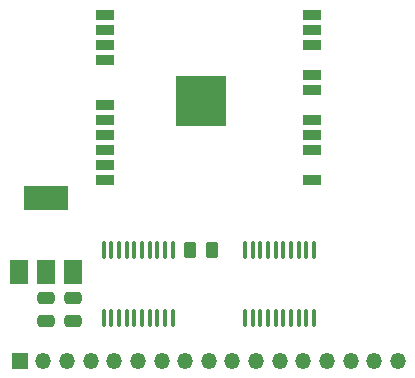
<source format=gbr>
%TF.GenerationSoftware,KiCad,Pcbnew,(6.0.8)*%
%TF.CreationDate,2023-05-25T13:10:06+01:00*%
%TF.ProjectId,BlueRetro_Universal_HW1,426c7565-5265-4747-926f-5f556e697665,rev?*%
%TF.SameCoordinates,Original*%
%TF.FileFunction,Soldermask,Top*%
%TF.FilePolarity,Negative*%
%FSLAX46Y46*%
G04 Gerber Fmt 4.6, Leading zero omitted, Abs format (unit mm)*
G04 Created by KiCad (PCBNEW (6.0.8)) date 2023-05-25 13:10:06*
%MOMM*%
%LPD*%
G01*
G04 APERTURE LIST*
G04 Aperture macros list*
%AMRoundRect*
0 Rectangle with rounded corners*
0 $1 Rounding radius*
0 $2 $3 $4 $5 $6 $7 $8 $9 X,Y pos of 4 corners*
0 Add a 4 corners polygon primitive as box body*
4,1,4,$2,$3,$4,$5,$6,$7,$8,$9,$2,$3,0*
0 Add four circle primitives for the rounded corners*
1,1,$1+$1,$2,$3*
1,1,$1+$1,$4,$5*
1,1,$1+$1,$6,$7*
1,1,$1+$1,$8,$9*
0 Add four rect primitives between the rounded corners*
20,1,$1+$1,$2,$3,$4,$5,0*
20,1,$1+$1,$4,$5,$6,$7,0*
20,1,$1+$1,$6,$7,$8,$9,0*
20,1,$1+$1,$8,$9,$2,$3,0*%
G04 Aperture macros list end*
%ADD10RoundRect,0.100000X-0.100000X0.637500X-0.100000X-0.637500X0.100000X-0.637500X0.100000X0.637500X0*%
%ADD11RoundRect,0.250000X-0.262500X-0.450000X0.262500X-0.450000X0.262500X0.450000X-0.262500X0.450000X0*%
%ADD12RoundRect,0.250000X-0.475000X0.250000X-0.475000X-0.250000X0.475000X-0.250000X0.475000X0.250000X0*%
%ADD13R,1.350000X1.350000*%
%ADD14O,1.350000X1.350000*%
%ADD15R,1.500000X0.900000*%
%ADD16C,0.475000*%
%ADD17R,4.200000X4.200000*%
%ADD18R,1.500000X2.000000*%
%ADD19R,3.800000X2.000000*%
G04 APERTURE END LIST*
D10*
%TO.C,U3*%
X145768600Y-60002500D03*
X145118600Y-60002500D03*
X144468600Y-60002500D03*
X143818600Y-60002500D03*
X143168600Y-60002500D03*
X142518600Y-60002500D03*
X141868600Y-60002500D03*
X141218600Y-60002500D03*
X140568600Y-60002500D03*
X139918600Y-60002500D03*
X139918600Y-65727500D03*
X140568600Y-65727500D03*
X141218600Y-65727500D03*
X141868600Y-65727500D03*
X142518600Y-65727500D03*
X143168600Y-65727500D03*
X143818600Y-65727500D03*
X144468600Y-65727500D03*
X145118600Y-65727500D03*
X145768600Y-65727500D03*
%TD*%
D11*
%TO.C,R1*%
X147220300Y-59965000D03*
X149045300Y-59965000D03*
%TD*%
D12*
%TO.C,C2*%
X135026400Y-64065000D03*
X135026400Y-65965000D03*
%TD*%
D13*
%TO.C,J1*%
X132818600Y-69367400D03*
D14*
X134818600Y-69367400D03*
X136818600Y-69367400D03*
X138818600Y-69367400D03*
X140818600Y-69367400D03*
X142818600Y-69367400D03*
X144818600Y-69367400D03*
X146818600Y-69367400D03*
X148818600Y-69367400D03*
X150818600Y-69367400D03*
X152818600Y-69367400D03*
X154818600Y-69367400D03*
X156818600Y-69367400D03*
X158818600Y-69367400D03*
X160818600Y-69367400D03*
X162818600Y-69367400D03*
X164818600Y-69367400D03*
%TD*%
D15*
%TO.C,U2*%
X140068600Y-40035400D03*
X140068600Y-41305400D03*
X140068600Y-42575400D03*
X140068600Y-43845400D03*
X140068600Y-47655400D03*
X140068600Y-48925400D03*
X140068600Y-50195400D03*
X140068600Y-51465400D03*
X140068600Y-52735400D03*
X140068600Y-54005400D03*
X157568600Y-54005400D03*
X157568600Y-51465400D03*
X157568600Y-50195400D03*
X157568600Y-48925400D03*
X157568600Y-46385400D03*
X157568600Y-45115400D03*
X157568600Y-42575400D03*
X157568600Y-41305400D03*
X157568600Y-40035400D03*
D16*
X148901100Y-47375400D03*
X148138600Y-46612900D03*
X148138600Y-48137900D03*
X149663600Y-46612900D03*
X148901100Y-48900400D03*
X147376100Y-47375400D03*
X147376100Y-48900400D03*
D17*
X148138600Y-47375400D03*
D16*
X148901100Y-45850400D03*
X146613600Y-48137900D03*
X147376100Y-45850400D03*
X149663600Y-48137900D03*
X146613600Y-46612900D03*
%TD*%
D10*
%TO.C,U4*%
X157718600Y-60002500D03*
X157068600Y-60002500D03*
X156418600Y-60002500D03*
X155768600Y-60002500D03*
X155118600Y-60002500D03*
X154468600Y-60002500D03*
X153818600Y-60002500D03*
X153168600Y-60002500D03*
X152518600Y-60002500D03*
X151868600Y-60002500D03*
X151868600Y-65727500D03*
X152518600Y-65727500D03*
X153168600Y-65727500D03*
X153818600Y-65727500D03*
X154468600Y-65727500D03*
X155118600Y-65727500D03*
X155768600Y-65727500D03*
X156418600Y-65727500D03*
X157068600Y-65727500D03*
X157718600Y-65727500D03*
%TD*%
D12*
%TO.C,C1*%
X137326400Y-64065000D03*
X137326400Y-65965000D03*
%TD*%
D18*
%TO.C,U1*%
X132726400Y-61849400D03*
D19*
X135026400Y-55549400D03*
D18*
X135026400Y-61849400D03*
X137326400Y-61849400D03*
%TD*%
M02*

</source>
